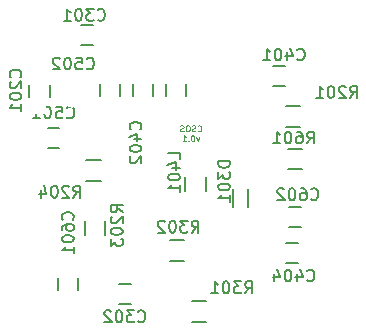
<source format=gbo>
G04 #@! TF.FileFunction,Legend,Bot*
%FSLAX46Y46*%
G04 Gerber Fmt 4.6, Leading zero omitted, Abs format (unit mm)*
G04 Created by KiCad (PCBNEW (2015-04-09 BZR 5589)-product) date Wednesday, 15 April 2015 07:54:32 pm*
%MOMM*%
G01*
G04 APERTURE LIST*
%ADD10C,0.150000*%
%ADD11C,0.125000*%
%ADD12R,1.250000X1.500000*%
%ADD13R,1.500000X1.250000*%
%ADD14R,0.700000X0.600000*%
%ADD15R,1.300000X1.500000*%
%ADD16R,2.032000X2.032000*%
%ADD17O,2.032000X2.032000*%
%ADD18R,2.032000X1.727200*%
%ADD19O,2.032000X1.727200*%
%ADD20R,1.727200X2.032000*%
%ADD21O,1.727200X2.032000*%
%ADD22C,1.501140*%
%ADD23O,2.499360X1.501140*%
%ADD24R,1.500000X1.300000*%
%ADD25C,1.998980*%
%ADD26C,4.064000*%
G04 APERTURE END LIST*
D10*
D11*
X159993733Y-104998271D02*
X160017543Y-105022081D01*
X160088971Y-105045890D01*
X160136590Y-105045890D01*
X160208019Y-105022081D01*
X160255638Y-104974462D01*
X160279447Y-104926843D01*
X160303257Y-104831605D01*
X160303257Y-104760176D01*
X160279447Y-104664938D01*
X160255638Y-104617319D01*
X160208019Y-104569700D01*
X160136590Y-104545890D01*
X160088971Y-104545890D01*
X160017543Y-104569700D01*
X159993733Y-104593510D01*
X159803257Y-105022081D02*
X159731828Y-105045890D01*
X159612781Y-105045890D01*
X159565162Y-105022081D01*
X159541352Y-104998271D01*
X159517543Y-104950652D01*
X159517543Y-104903033D01*
X159541352Y-104855414D01*
X159565162Y-104831605D01*
X159612781Y-104807795D01*
X159708019Y-104783986D01*
X159755638Y-104760176D01*
X159779447Y-104736367D01*
X159803257Y-104688748D01*
X159803257Y-104641129D01*
X159779447Y-104593510D01*
X159755638Y-104569700D01*
X159708019Y-104545890D01*
X159588971Y-104545890D01*
X159517543Y-104569700D01*
X159208019Y-104545890D02*
X159112781Y-104545890D01*
X159065162Y-104569700D01*
X159017543Y-104617319D01*
X158993734Y-104712557D01*
X158993734Y-104879224D01*
X159017543Y-104974462D01*
X159065162Y-105022081D01*
X159112781Y-105045890D01*
X159208019Y-105045890D01*
X159255638Y-105022081D01*
X159303257Y-104974462D01*
X159327067Y-104879224D01*
X159327067Y-104712557D01*
X159303257Y-104617319D01*
X159255638Y-104569700D01*
X159208019Y-104545890D01*
X158803257Y-105022081D02*
X158731828Y-105045890D01*
X158612781Y-105045890D01*
X158565162Y-105022081D01*
X158541352Y-104998271D01*
X158517543Y-104950652D01*
X158517543Y-104903033D01*
X158541352Y-104855414D01*
X158565162Y-104831605D01*
X158612781Y-104807795D01*
X158708019Y-104783986D01*
X158755638Y-104760176D01*
X158779447Y-104736367D01*
X158803257Y-104688748D01*
X158803257Y-104641129D01*
X158779447Y-104593510D01*
X158755638Y-104569700D01*
X158708019Y-104545890D01*
X158588971Y-104545890D01*
X158517543Y-104569700D01*
X160124684Y-105537557D02*
X160005637Y-105870890D01*
X159886589Y-105537557D01*
X159600875Y-105370890D02*
X159553256Y-105370890D01*
X159505637Y-105394700D01*
X159481828Y-105418510D01*
X159458018Y-105466129D01*
X159434209Y-105561367D01*
X159434209Y-105680414D01*
X159458018Y-105775652D01*
X159481828Y-105823271D01*
X159505637Y-105847081D01*
X159553256Y-105870890D01*
X159600875Y-105870890D01*
X159648494Y-105847081D01*
X159672304Y-105823271D01*
X159696113Y-105775652D01*
X159719923Y-105680414D01*
X159719923Y-105561367D01*
X159696113Y-105466129D01*
X159672304Y-105418510D01*
X159648494Y-105394700D01*
X159600875Y-105370890D01*
X159219923Y-105823271D02*
X159196114Y-105847081D01*
X159219923Y-105870890D01*
X159243733Y-105847081D01*
X159219923Y-105823271D01*
X159219923Y-105870890D01*
X158719924Y-105870890D02*
X159005638Y-105870890D01*
X158862781Y-105870890D02*
X158862781Y-105370890D01*
X158910400Y-105442319D01*
X158958019Y-105489938D01*
X159005638Y-105513748D01*
D10*
X145758800Y-102100000D02*
X145758800Y-101100000D01*
X147458800Y-101100000D02*
X147458800Y-102100000D01*
X151122000Y-97725600D02*
X150122000Y-97725600D01*
X150122000Y-96025600D02*
X151122000Y-96025600D01*
X154373200Y-119696600D02*
X153373200Y-119696600D01*
X153373200Y-117996600D02*
X154373200Y-117996600D01*
X166378000Y-99530800D02*
X167378000Y-99530800D01*
X167378000Y-101230800D02*
X166378000Y-101230800D01*
X157341200Y-102049200D02*
X157341200Y-101049200D01*
X159041200Y-101049200D02*
X159041200Y-102049200D01*
X154496400Y-102049200D02*
X154496400Y-101049200D01*
X156196400Y-101049200D02*
X156196400Y-102049200D01*
X167749600Y-111418000D02*
X168749600Y-111418000D01*
X168749600Y-113118000D02*
X167749600Y-113118000D01*
X147302600Y-104737800D02*
X148302600Y-104737800D01*
X148302600Y-106437800D02*
X147302600Y-106437800D01*
X151702400Y-102049200D02*
X151702400Y-101049200D01*
X153402400Y-101049200D02*
X153402400Y-102049200D01*
X149871800Y-117457600D02*
X149871800Y-118457600D01*
X148171800Y-118457600D02*
X148171800Y-117457600D01*
X167495600Y-114516800D02*
X168495600Y-114516800D01*
X168495600Y-116216800D02*
X167495600Y-116216800D01*
X164226800Y-109937600D02*
X164226800Y-111487600D01*
X163026800Y-109937600D02*
X163026800Y-111487600D01*
X158941800Y-108874000D02*
X158941800Y-110074000D01*
X160691800Y-110074000D02*
X160691800Y-108874000D01*
X167497200Y-104659400D02*
X168697200Y-104659400D01*
X168697200Y-102909400D02*
X167497200Y-102909400D01*
X152182800Y-113807800D02*
X152182800Y-112607800D01*
X150432800Y-112607800D02*
X150432800Y-113807800D01*
X150580800Y-109256800D02*
X151780800Y-109256800D01*
X151780800Y-107506800D02*
X150580800Y-107506800D01*
X159496200Y-121169400D02*
X160696200Y-121169400D01*
X160696200Y-119419400D02*
X159496200Y-119419400D01*
X158842000Y-114237800D02*
X157642000Y-114237800D01*
X157642000Y-115987800D02*
X158842000Y-115987800D01*
X167649600Y-108266200D02*
X168849600Y-108266200D01*
X168849600Y-106516200D02*
X167649600Y-106516200D01*
X144984743Y-100455553D02*
X145032362Y-100407934D01*
X145079981Y-100265077D01*
X145079981Y-100169839D01*
X145032362Y-100026981D01*
X144937124Y-99931743D01*
X144841886Y-99884124D01*
X144651410Y-99836505D01*
X144508552Y-99836505D01*
X144318076Y-99884124D01*
X144222838Y-99931743D01*
X144127600Y-100026981D01*
X144079981Y-100169839D01*
X144079981Y-100265077D01*
X144127600Y-100407934D01*
X144175219Y-100455553D01*
X144175219Y-100836505D02*
X144127600Y-100884124D01*
X144079981Y-100979362D01*
X144079981Y-101217458D01*
X144127600Y-101312696D01*
X144175219Y-101360315D01*
X144270457Y-101407934D01*
X144365695Y-101407934D01*
X144508552Y-101360315D01*
X145079981Y-100788886D01*
X145079981Y-101407934D01*
X144079981Y-102026981D02*
X144079981Y-102122220D01*
X144127600Y-102217458D01*
X144175219Y-102265077D01*
X144270457Y-102312696D01*
X144460933Y-102360315D01*
X144699029Y-102360315D01*
X144889505Y-102312696D01*
X144984743Y-102265077D01*
X145032362Y-102217458D01*
X145079981Y-102122220D01*
X145079981Y-102026981D01*
X145032362Y-101931743D01*
X144984743Y-101884124D01*
X144889505Y-101836505D01*
X144699029Y-101788886D01*
X144460933Y-101788886D01*
X144270457Y-101836505D01*
X144175219Y-101884124D01*
X144127600Y-101931743D01*
X144079981Y-102026981D01*
X145079981Y-103312696D02*
X145079981Y-102741267D01*
X145079981Y-103026981D02*
X144079981Y-103026981D01*
X144222838Y-102931743D01*
X144318076Y-102836505D01*
X144365695Y-102741267D01*
X151537847Y-95581743D02*
X151585466Y-95629362D01*
X151728323Y-95676981D01*
X151823561Y-95676981D01*
X151966419Y-95629362D01*
X152061657Y-95534124D01*
X152109276Y-95438886D01*
X152156895Y-95248410D01*
X152156895Y-95105552D01*
X152109276Y-94915076D01*
X152061657Y-94819838D01*
X151966419Y-94724600D01*
X151823561Y-94676981D01*
X151728323Y-94676981D01*
X151585466Y-94724600D01*
X151537847Y-94772219D01*
X151204514Y-94676981D02*
X150585466Y-94676981D01*
X150918800Y-95057933D01*
X150775942Y-95057933D01*
X150680704Y-95105552D01*
X150633085Y-95153171D01*
X150585466Y-95248410D01*
X150585466Y-95486505D01*
X150633085Y-95581743D01*
X150680704Y-95629362D01*
X150775942Y-95676981D01*
X151061657Y-95676981D01*
X151156895Y-95629362D01*
X151204514Y-95581743D01*
X149966419Y-94676981D02*
X149871180Y-94676981D01*
X149775942Y-94724600D01*
X149728323Y-94772219D01*
X149680704Y-94867457D01*
X149633085Y-95057933D01*
X149633085Y-95296029D01*
X149680704Y-95486505D01*
X149728323Y-95581743D01*
X149775942Y-95629362D01*
X149871180Y-95676981D01*
X149966419Y-95676981D01*
X150061657Y-95629362D01*
X150109276Y-95581743D01*
X150156895Y-95486505D01*
X150204514Y-95296029D01*
X150204514Y-95057933D01*
X150156895Y-94867457D01*
X150109276Y-94772219D01*
X150061657Y-94724600D01*
X149966419Y-94676981D01*
X148680704Y-95676981D02*
X149252133Y-95676981D01*
X148966419Y-95676981D02*
X148966419Y-94676981D01*
X149061657Y-94819838D01*
X149156895Y-94915076D01*
X149252133Y-94962695D01*
X154954147Y-121108743D02*
X155001766Y-121156362D01*
X155144623Y-121203981D01*
X155239861Y-121203981D01*
X155382719Y-121156362D01*
X155477957Y-121061124D01*
X155525576Y-120965886D01*
X155573195Y-120775410D01*
X155573195Y-120632552D01*
X155525576Y-120442076D01*
X155477957Y-120346838D01*
X155382719Y-120251600D01*
X155239861Y-120203981D01*
X155144623Y-120203981D01*
X155001766Y-120251600D01*
X154954147Y-120299219D01*
X154620814Y-120203981D02*
X154001766Y-120203981D01*
X154335100Y-120584933D01*
X154192242Y-120584933D01*
X154097004Y-120632552D01*
X154049385Y-120680171D01*
X154001766Y-120775410D01*
X154001766Y-121013505D01*
X154049385Y-121108743D01*
X154097004Y-121156362D01*
X154192242Y-121203981D01*
X154477957Y-121203981D01*
X154573195Y-121156362D01*
X154620814Y-121108743D01*
X153382719Y-120203981D02*
X153287480Y-120203981D01*
X153192242Y-120251600D01*
X153144623Y-120299219D01*
X153097004Y-120394457D01*
X153049385Y-120584933D01*
X153049385Y-120823029D01*
X153097004Y-121013505D01*
X153144623Y-121108743D01*
X153192242Y-121156362D01*
X153287480Y-121203981D01*
X153382719Y-121203981D01*
X153477957Y-121156362D01*
X153525576Y-121108743D01*
X153573195Y-121013505D01*
X153620814Y-120823029D01*
X153620814Y-120584933D01*
X153573195Y-120394457D01*
X153525576Y-120299219D01*
X153477957Y-120251600D01*
X153382719Y-120203981D01*
X152668433Y-120299219D02*
X152620814Y-120251600D01*
X152525576Y-120203981D01*
X152287480Y-120203981D01*
X152192242Y-120251600D01*
X152144623Y-120299219D01*
X152097004Y-120394457D01*
X152097004Y-120489695D01*
X152144623Y-120632552D01*
X152716052Y-121203981D01*
X152097004Y-121203981D01*
X168428847Y-98934543D02*
X168476466Y-98982162D01*
X168619323Y-99029781D01*
X168714561Y-99029781D01*
X168857419Y-98982162D01*
X168952657Y-98886924D01*
X169000276Y-98791686D01*
X169047895Y-98601210D01*
X169047895Y-98458352D01*
X169000276Y-98267876D01*
X168952657Y-98172638D01*
X168857419Y-98077400D01*
X168714561Y-98029781D01*
X168619323Y-98029781D01*
X168476466Y-98077400D01*
X168428847Y-98125019D01*
X167571704Y-98363114D02*
X167571704Y-99029781D01*
X167809800Y-97982162D02*
X168047895Y-98696448D01*
X167428847Y-98696448D01*
X166857419Y-98029781D02*
X166762180Y-98029781D01*
X166666942Y-98077400D01*
X166619323Y-98125019D01*
X166571704Y-98220257D01*
X166524085Y-98410733D01*
X166524085Y-98648829D01*
X166571704Y-98839305D01*
X166619323Y-98934543D01*
X166666942Y-98982162D01*
X166762180Y-99029781D01*
X166857419Y-99029781D01*
X166952657Y-98982162D01*
X167000276Y-98934543D01*
X167047895Y-98839305D01*
X167095514Y-98648829D01*
X167095514Y-98410733D01*
X167047895Y-98220257D01*
X167000276Y-98125019D01*
X166952657Y-98077400D01*
X166857419Y-98029781D01*
X165571704Y-99029781D02*
X166143133Y-99029781D01*
X165857419Y-99029781D02*
X165857419Y-98029781D01*
X165952657Y-98172638D01*
X166047895Y-98267876D01*
X166143133Y-98315495D01*
X155144743Y-104875153D02*
X155192362Y-104827534D01*
X155239981Y-104684677D01*
X155239981Y-104589439D01*
X155192362Y-104446581D01*
X155097124Y-104351343D01*
X155001886Y-104303724D01*
X154811410Y-104256105D01*
X154668552Y-104256105D01*
X154478076Y-104303724D01*
X154382838Y-104351343D01*
X154287600Y-104446581D01*
X154239981Y-104589439D01*
X154239981Y-104684677D01*
X154287600Y-104827534D01*
X154335219Y-104875153D01*
X154573314Y-105732296D02*
X155239981Y-105732296D01*
X154192362Y-105494200D02*
X154906648Y-105256105D01*
X154906648Y-105875153D01*
X154239981Y-106446581D02*
X154239981Y-106541820D01*
X154287600Y-106637058D01*
X154335219Y-106684677D01*
X154430457Y-106732296D01*
X154620933Y-106779915D01*
X154859029Y-106779915D01*
X155049505Y-106732296D01*
X155144743Y-106684677D01*
X155192362Y-106637058D01*
X155239981Y-106541820D01*
X155239981Y-106446581D01*
X155192362Y-106351343D01*
X155144743Y-106303724D01*
X155049505Y-106256105D01*
X154859029Y-106208486D01*
X154620933Y-106208486D01*
X154430457Y-106256105D01*
X154335219Y-106303724D01*
X154287600Y-106351343D01*
X154239981Y-106446581D01*
X154335219Y-107160867D02*
X154287600Y-107208486D01*
X154239981Y-107303724D01*
X154239981Y-107541820D01*
X154287600Y-107637058D01*
X154335219Y-107684677D01*
X154430457Y-107732296D01*
X154525695Y-107732296D01*
X154668552Y-107684677D01*
X155239981Y-107113248D01*
X155239981Y-107732296D01*
X169267047Y-117654343D02*
X169314666Y-117701962D01*
X169457523Y-117749581D01*
X169552761Y-117749581D01*
X169695619Y-117701962D01*
X169790857Y-117606724D01*
X169838476Y-117511486D01*
X169886095Y-117321010D01*
X169886095Y-117178152D01*
X169838476Y-116987676D01*
X169790857Y-116892438D01*
X169695619Y-116797200D01*
X169552761Y-116749581D01*
X169457523Y-116749581D01*
X169314666Y-116797200D01*
X169267047Y-116844819D01*
X168409904Y-117082914D02*
X168409904Y-117749581D01*
X168648000Y-116701962D02*
X168886095Y-117416248D01*
X168267047Y-117416248D01*
X167695619Y-116749581D02*
X167600380Y-116749581D01*
X167505142Y-116797200D01*
X167457523Y-116844819D01*
X167409904Y-116940057D01*
X167362285Y-117130533D01*
X167362285Y-117368629D01*
X167409904Y-117559105D01*
X167457523Y-117654343D01*
X167505142Y-117701962D01*
X167600380Y-117749581D01*
X167695619Y-117749581D01*
X167790857Y-117701962D01*
X167838476Y-117654343D01*
X167886095Y-117559105D01*
X167933714Y-117368629D01*
X167933714Y-117130533D01*
X167886095Y-116940057D01*
X167838476Y-116844819D01*
X167790857Y-116797200D01*
X167695619Y-116749581D01*
X166505142Y-117082914D02*
X166505142Y-117749581D01*
X166743238Y-116701962D02*
X166981333Y-117416248D01*
X166362285Y-117416248D01*
X148921647Y-103844943D02*
X148969266Y-103892562D01*
X149112123Y-103940181D01*
X149207361Y-103940181D01*
X149350219Y-103892562D01*
X149445457Y-103797324D01*
X149493076Y-103702086D01*
X149540695Y-103511610D01*
X149540695Y-103368752D01*
X149493076Y-103178276D01*
X149445457Y-103083038D01*
X149350219Y-102987800D01*
X149207361Y-102940181D01*
X149112123Y-102940181D01*
X148969266Y-102987800D01*
X148921647Y-103035419D01*
X148016885Y-102940181D02*
X148493076Y-102940181D01*
X148540695Y-103416371D01*
X148493076Y-103368752D01*
X148397838Y-103321133D01*
X148159742Y-103321133D01*
X148064504Y-103368752D01*
X148016885Y-103416371D01*
X147969266Y-103511610D01*
X147969266Y-103749705D01*
X148016885Y-103844943D01*
X148064504Y-103892562D01*
X148159742Y-103940181D01*
X148397838Y-103940181D01*
X148493076Y-103892562D01*
X148540695Y-103844943D01*
X147350219Y-102940181D02*
X147254980Y-102940181D01*
X147159742Y-102987800D01*
X147112123Y-103035419D01*
X147064504Y-103130657D01*
X147016885Y-103321133D01*
X147016885Y-103559229D01*
X147064504Y-103749705D01*
X147112123Y-103844943D01*
X147159742Y-103892562D01*
X147254980Y-103940181D01*
X147350219Y-103940181D01*
X147445457Y-103892562D01*
X147493076Y-103844943D01*
X147540695Y-103749705D01*
X147588314Y-103559229D01*
X147588314Y-103321133D01*
X147540695Y-103130657D01*
X147493076Y-103035419D01*
X147445457Y-102987800D01*
X147350219Y-102940181D01*
X146064504Y-103940181D02*
X146635933Y-103940181D01*
X146350219Y-103940181D02*
X146350219Y-102940181D01*
X146445457Y-103083038D01*
X146540695Y-103178276D01*
X146635933Y-103225895D01*
X150598047Y-99696543D02*
X150645666Y-99744162D01*
X150788523Y-99791781D01*
X150883761Y-99791781D01*
X151026619Y-99744162D01*
X151121857Y-99648924D01*
X151169476Y-99553686D01*
X151217095Y-99363210D01*
X151217095Y-99220352D01*
X151169476Y-99029876D01*
X151121857Y-98934638D01*
X151026619Y-98839400D01*
X150883761Y-98791781D01*
X150788523Y-98791781D01*
X150645666Y-98839400D01*
X150598047Y-98887019D01*
X149693285Y-98791781D02*
X150169476Y-98791781D01*
X150217095Y-99267971D01*
X150169476Y-99220352D01*
X150074238Y-99172733D01*
X149836142Y-99172733D01*
X149740904Y-99220352D01*
X149693285Y-99267971D01*
X149645666Y-99363210D01*
X149645666Y-99601305D01*
X149693285Y-99696543D01*
X149740904Y-99744162D01*
X149836142Y-99791781D01*
X150074238Y-99791781D01*
X150169476Y-99744162D01*
X150217095Y-99696543D01*
X149026619Y-98791781D02*
X148931380Y-98791781D01*
X148836142Y-98839400D01*
X148788523Y-98887019D01*
X148740904Y-98982257D01*
X148693285Y-99172733D01*
X148693285Y-99410829D01*
X148740904Y-99601305D01*
X148788523Y-99696543D01*
X148836142Y-99744162D01*
X148931380Y-99791781D01*
X149026619Y-99791781D01*
X149121857Y-99744162D01*
X149169476Y-99696543D01*
X149217095Y-99601305D01*
X149264714Y-99410829D01*
X149264714Y-99172733D01*
X149217095Y-98982257D01*
X149169476Y-98887019D01*
X149121857Y-98839400D01*
X149026619Y-98791781D01*
X148312333Y-98887019D02*
X148264714Y-98839400D01*
X148169476Y-98791781D01*
X147931380Y-98791781D01*
X147836142Y-98839400D01*
X147788523Y-98887019D01*
X147740904Y-98982257D01*
X147740904Y-99077495D01*
X147788523Y-99220352D01*
X148359952Y-99791781D01*
X147740904Y-99791781D01*
X149404343Y-112520553D02*
X149451962Y-112472934D01*
X149499581Y-112330077D01*
X149499581Y-112234839D01*
X149451962Y-112091981D01*
X149356724Y-111996743D01*
X149261486Y-111949124D01*
X149071010Y-111901505D01*
X148928152Y-111901505D01*
X148737676Y-111949124D01*
X148642438Y-111996743D01*
X148547200Y-112091981D01*
X148499581Y-112234839D01*
X148499581Y-112330077D01*
X148547200Y-112472934D01*
X148594819Y-112520553D01*
X148499581Y-113377696D02*
X148499581Y-113187219D01*
X148547200Y-113091981D01*
X148594819Y-113044362D01*
X148737676Y-112949124D01*
X148928152Y-112901505D01*
X149309105Y-112901505D01*
X149404343Y-112949124D01*
X149451962Y-112996743D01*
X149499581Y-113091981D01*
X149499581Y-113282458D01*
X149451962Y-113377696D01*
X149404343Y-113425315D01*
X149309105Y-113472934D01*
X149071010Y-113472934D01*
X148975771Y-113425315D01*
X148928152Y-113377696D01*
X148880533Y-113282458D01*
X148880533Y-113091981D01*
X148928152Y-112996743D01*
X148975771Y-112949124D01*
X149071010Y-112901505D01*
X148499581Y-114091981D02*
X148499581Y-114187220D01*
X148547200Y-114282458D01*
X148594819Y-114330077D01*
X148690057Y-114377696D01*
X148880533Y-114425315D01*
X149118629Y-114425315D01*
X149309105Y-114377696D01*
X149404343Y-114330077D01*
X149451962Y-114282458D01*
X149499581Y-114187220D01*
X149499581Y-114091981D01*
X149451962Y-113996743D01*
X149404343Y-113949124D01*
X149309105Y-113901505D01*
X149118629Y-113853886D01*
X148880533Y-113853886D01*
X148690057Y-113901505D01*
X148594819Y-113949124D01*
X148547200Y-113996743D01*
X148499581Y-114091981D01*
X149499581Y-115377696D02*
X149499581Y-114806267D01*
X149499581Y-115091981D02*
X148499581Y-115091981D01*
X148642438Y-114996743D01*
X148737676Y-114901505D01*
X148785295Y-114806267D01*
X169597247Y-110770943D02*
X169644866Y-110818562D01*
X169787723Y-110866181D01*
X169882961Y-110866181D01*
X170025819Y-110818562D01*
X170121057Y-110723324D01*
X170168676Y-110628086D01*
X170216295Y-110437610D01*
X170216295Y-110294752D01*
X170168676Y-110104276D01*
X170121057Y-110009038D01*
X170025819Y-109913800D01*
X169882961Y-109866181D01*
X169787723Y-109866181D01*
X169644866Y-109913800D01*
X169597247Y-109961419D01*
X168740104Y-109866181D02*
X168930581Y-109866181D01*
X169025819Y-109913800D01*
X169073438Y-109961419D01*
X169168676Y-110104276D01*
X169216295Y-110294752D01*
X169216295Y-110675705D01*
X169168676Y-110770943D01*
X169121057Y-110818562D01*
X169025819Y-110866181D01*
X168835342Y-110866181D01*
X168740104Y-110818562D01*
X168692485Y-110770943D01*
X168644866Y-110675705D01*
X168644866Y-110437610D01*
X168692485Y-110342371D01*
X168740104Y-110294752D01*
X168835342Y-110247133D01*
X169025819Y-110247133D01*
X169121057Y-110294752D01*
X169168676Y-110342371D01*
X169216295Y-110437610D01*
X168025819Y-109866181D02*
X167930580Y-109866181D01*
X167835342Y-109913800D01*
X167787723Y-109961419D01*
X167740104Y-110056657D01*
X167692485Y-110247133D01*
X167692485Y-110485229D01*
X167740104Y-110675705D01*
X167787723Y-110770943D01*
X167835342Y-110818562D01*
X167930580Y-110866181D01*
X168025819Y-110866181D01*
X168121057Y-110818562D01*
X168168676Y-110770943D01*
X168216295Y-110675705D01*
X168263914Y-110485229D01*
X168263914Y-110247133D01*
X168216295Y-110056657D01*
X168168676Y-109961419D01*
X168121057Y-109913800D01*
X168025819Y-109866181D01*
X167311533Y-109961419D02*
X167263914Y-109913800D01*
X167168676Y-109866181D01*
X166930580Y-109866181D01*
X166835342Y-109913800D01*
X166787723Y-109961419D01*
X166740104Y-110056657D01*
X166740104Y-110151895D01*
X166787723Y-110294752D01*
X167359152Y-110866181D01*
X166740104Y-110866181D01*
X162732981Y-107554924D02*
X161732981Y-107554924D01*
X161732981Y-107793019D01*
X161780600Y-107935877D01*
X161875838Y-108031115D01*
X161971076Y-108078734D01*
X162161552Y-108126353D01*
X162304410Y-108126353D01*
X162494886Y-108078734D01*
X162590124Y-108031115D01*
X162685362Y-107935877D01*
X162732981Y-107793019D01*
X162732981Y-107554924D01*
X161732981Y-108459686D02*
X161732981Y-109078734D01*
X162113933Y-108745400D01*
X162113933Y-108888258D01*
X162161552Y-108983496D01*
X162209171Y-109031115D01*
X162304410Y-109078734D01*
X162542505Y-109078734D01*
X162637743Y-109031115D01*
X162685362Y-108983496D01*
X162732981Y-108888258D01*
X162732981Y-108602543D01*
X162685362Y-108507305D01*
X162637743Y-108459686D01*
X161732981Y-109697781D02*
X161732981Y-109793020D01*
X161780600Y-109888258D01*
X161828219Y-109935877D01*
X161923457Y-109983496D01*
X162113933Y-110031115D01*
X162352029Y-110031115D01*
X162542505Y-109983496D01*
X162637743Y-109935877D01*
X162685362Y-109888258D01*
X162732981Y-109793020D01*
X162732981Y-109697781D01*
X162685362Y-109602543D01*
X162637743Y-109554924D01*
X162542505Y-109507305D01*
X162352029Y-109459686D01*
X162113933Y-109459686D01*
X161923457Y-109507305D01*
X161828219Y-109554924D01*
X161780600Y-109602543D01*
X161732981Y-109697781D01*
X162732981Y-110983496D02*
X162732981Y-110412067D01*
X162732981Y-110697781D02*
X161732981Y-110697781D01*
X161875838Y-110602543D01*
X161971076Y-110507305D01*
X162018695Y-110412067D01*
X158491181Y-107389753D02*
X158491181Y-106913562D01*
X157491181Y-106913562D01*
X157824514Y-108151658D02*
X158491181Y-108151658D01*
X157443562Y-107913562D02*
X158157848Y-107675467D01*
X158157848Y-108294515D01*
X157491181Y-108865943D02*
X157491181Y-108961182D01*
X157538800Y-109056420D01*
X157586419Y-109104039D01*
X157681657Y-109151658D01*
X157872133Y-109199277D01*
X158110229Y-109199277D01*
X158300705Y-109151658D01*
X158395943Y-109104039D01*
X158443562Y-109056420D01*
X158491181Y-108961182D01*
X158491181Y-108865943D01*
X158443562Y-108770705D01*
X158395943Y-108723086D01*
X158300705Y-108675467D01*
X158110229Y-108627848D01*
X157872133Y-108627848D01*
X157681657Y-108675467D01*
X157586419Y-108723086D01*
X157538800Y-108770705D01*
X157491181Y-108865943D01*
X158491181Y-110151658D02*
X158491181Y-109580229D01*
X158491181Y-109865943D02*
X157491181Y-109865943D01*
X157634038Y-109770705D01*
X157729276Y-109675467D01*
X157776895Y-109580229D01*
X172899247Y-102204781D02*
X173232581Y-101728590D01*
X173470676Y-102204781D02*
X173470676Y-101204781D01*
X173089723Y-101204781D01*
X172994485Y-101252400D01*
X172946866Y-101300019D01*
X172899247Y-101395257D01*
X172899247Y-101538114D01*
X172946866Y-101633352D01*
X172994485Y-101680971D01*
X173089723Y-101728590D01*
X173470676Y-101728590D01*
X172518295Y-101300019D02*
X172470676Y-101252400D01*
X172375438Y-101204781D01*
X172137342Y-101204781D01*
X172042104Y-101252400D01*
X171994485Y-101300019D01*
X171946866Y-101395257D01*
X171946866Y-101490495D01*
X171994485Y-101633352D01*
X172565914Y-102204781D01*
X171946866Y-102204781D01*
X171327819Y-101204781D02*
X171232580Y-101204781D01*
X171137342Y-101252400D01*
X171089723Y-101300019D01*
X171042104Y-101395257D01*
X170994485Y-101585733D01*
X170994485Y-101823829D01*
X171042104Y-102014305D01*
X171089723Y-102109543D01*
X171137342Y-102157162D01*
X171232580Y-102204781D01*
X171327819Y-102204781D01*
X171423057Y-102157162D01*
X171470676Y-102109543D01*
X171518295Y-102014305D01*
X171565914Y-101823829D01*
X171565914Y-101585733D01*
X171518295Y-101395257D01*
X171470676Y-101300019D01*
X171423057Y-101252400D01*
X171327819Y-101204781D01*
X170042104Y-102204781D02*
X170613533Y-102204781D01*
X170327819Y-102204781D02*
X170327819Y-101204781D01*
X170423057Y-101347638D01*
X170518295Y-101442876D01*
X170613533Y-101490495D01*
X153639781Y-111885553D02*
X153163590Y-111552219D01*
X153639781Y-111314124D02*
X152639781Y-111314124D01*
X152639781Y-111695077D01*
X152687400Y-111790315D01*
X152735019Y-111837934D01*
X152830257Y-111885553D01*
X152973114Y-111885553D01*
X153068352Y-111837934D01*
X153115971Y-111790315D01*
X153163590Y-111695077D01*
X153163590Y-111314124D01*
X152735019Y-112266505D02*
X152687400Y-112314124D01*
X152639781Y-112409362D01*
X152639781Y-112647458D01*
X152687400Y-112742696D01*
X152735019Y-112790315D01*
X152830257Y-112837934D01*
X152925495Y-112837934D01*
X153068352Y-112790315D01*
X153639781Y-112218886D01*
X153639781Y-112837934D01*
X152639781Y-113456981D02*
X152639781Y-113552220D01*
X152687400Y-113647458D01*
X152735019Y-113695077D01*
X152830257Y-113742696D01*
X153020733Y-113790315D01*
X153258829Y-113790315D01*
X153449305Y-113742696D01*
X153544543Y-113695077D01*
X153592162Y-113647458D01*
X153639781Y-113552220D01*
X153639781Y-113456981D01*
X153592162Y-113361743D01*
X153544543Y-113314124D01*
X153449305Y-113266505D01*
X153258829Y-113218886D01*
X153020733Y-113218886D01*
X152830257Y-113266505D01*
X152735019Y-113314124D01*
X152687400Y-113361743D01*
X152639781Y-113456981D01*
X152639781Y-114123648D02*
X152639781Y-114742696D01*
X153020733Y-114409362D01*
X153020733Y-114552220D01*
X153068352Y-114647458D01*
X153115971Y-114695077D01*
X153211210Y-114742696D01*
X153449305Y-114742696D01*
X153544543Y-114695077D01*
X153592162Y-114647458D01*
X153639781Y-114552220D01*
X153639781Y-114266505D01*
X153592162Y-114171267D01*
X153544543Y-114123648D01*
X149480447Y-110650281D02*
X149813781Y-110174090D01*
X150051876Y-110650281D02*
X150051876Y-109650281D01*
X149670923Y-109650281D01*
X149575685Y-109697900D01*
X149528066Y-109745519D01*
X149480447Y-109840757D01*
X149480447Y-109983614D01*
X149528066Y-110078852D01*
X149575685Y-110126471D01*
X149670923Y-110174090D01*
X150051876Y-110174090D01*
X149099495Y-109745519D02*
X149051876Y-109697900D01*
X148956638Y-109650281D01*
X148718542Y-109650281D01*
X148623304Y-109697900D01*
X148575685Y-109745519D01*
X148528066Y-109840757D01*
X148528066Y-109935995D01*
X148575685Y-110078852D01*
X149147114Y-110650281D01*
X148528066Y-110650281D01*
X147909019Y-109650281D02*
X147813780Y-109650281D01*
X147718542Y-109697900D01*
X147670923Y-109745519D01*
X147623304Y-109840757D01*
X147575685Y-110031233D01*
X147575685Y-110269329D01*
X147623304Y-110459805D01*
X147670923Y-110555043D01*
X147718542Y-110602662D01*
X147813780Y-110650281D01*
X147909019Y-110650281D01*
X148004257Y-110602662D01*
X148051876Y-110555043D01*
X148099495Y-110459805D01*
X148147114Y-110269329D01*
X148147114Y-110031233D01*
X148099495Y-109840757D01*
X148051876Y-109745519D01*
X148004257Y-109697900D01*
X147909019Y-109650281D01*
X146718542Y-109983614D02*
X146718542Y-110650281D01*
X146956638Y-109602662D02*
X147194733Y-110316948D01*
X146575685Y-110316948D01*
X164009247Y-118752881D02*
X164342581Y-118276690D01*
X164580676Y-118752881D02*
X164580676Y-117752881D01*
X164199723Y-117752881D01*
X164104485Y-117800500D01*
X164056866Y-117848119D01*
X164009247Y-117943357D01*
X164009247Y-118086214D01*
X164056866Y-118181452D01*
X164104485Y-118229071D01*
X164199723Y-118276690D01*
X164580676Y-118276690D01*
X163675914Y-117752881D02*
X163056866Y-117752881D01*
X163390200Y-118133833D01*
X163247342Y-118133833D01*
X163152104Y-118181452D01*
X163104485Y-118229071D01*
X163056866Y-118324310D01*
X163056866Y-118562405D01*
X163104485Y-118657643D01*
X163152104Y-118705262D01*
X163247342Y-118752881D01*
X163533057Y-118752881D01*
X163628295Y-118705262D01*
X163675914Y-118657643D01*
X162437819Y-117752881D02*
X162342580Y-117752881D01*
X162247342Y-117800500D01*
X162199723Y-117848119D01*
X162152104Y-117943357D01*
X162104485Y-118133833D01*
X162104485Y-118371929D01*
X162152104Y-118562405D01*
X162199723Y-118657643D01*
X162247342Y-118705262D01*
X162342580Y-118752881D01*
X162437819Y-118752881D01*
X162533057Y-118705262D01*
X162580676Y-118657643D01*
X162628295Y-118562405D01*
X162675914Y-118371929D01*
X162675914Y-118133833D01*
X162628295Y-117943357D01*
X162580676Y-117848119D01*
X162533057Y-117800500D01*
X162437819Y-117752881D01*
X161152104Y-118752881D02*
X161723533Y-118752881D01*
X161437819Y-118752881D02*
X161437819Y-117752881D01*
X161533057Y-117895738D01*
X161628295Y-117990976D01*
X161723533Y-118038595D01*
X159488047Y-113609381D02*
X159821381Y-113133190D01*
X160059476Y-113609381D02*
X160059476Y-112609381D01*
X159678523Y-112609381D01*
X159583285Y-112657000D01*
X159535666Y-112704619D01*
X159488047Y-112799857D01*
X159488047Y-112942714D01*
X159535666Y-113037952D01*
X159583285Y-113085571D01*
X159678523Y-113133190D01*
X160059476Y-113133190D01*
X159154714Y-112609381D02*
X158535666Y-112609381D01*
X158869000Y-112990333D01*
X158726142Y-112990333D01*
X158630904Y-113037952D01*
X158583285Y-113085571D01*
X158535666Y-113180810D01*
X158535666Y-113418905D01*
X158583285Y-113514143D01*
X158630904Y-113561762D01*
X158726142Y-113609381D01*
X159011857Y-113609381D01*
X159107095Y-113561762D01*
X159154714Y-113514143D01*
X157916619Y-112609381D02*
X157821380Y-112609381D01*
X157726142Y-112657000D01*
X157678523Y-112704619D01*
X157630904Y-112799857D01*
X157583285Y-112990333D01*
X157583285Y-113228429D01*
X157630904Y-113418905D01*
X157678523Y-113514143D01*
X157726142Y-113561762D01*
X157821380Y-113609381D01*
X157916619Y-113609381D01*
X158011857Y-113561762D01*
X158059476Y-113514143D01*
X158107095Y-113418905D01*
X158154714Y-113228429D01*
X158154714Y-112990333D01*
X158107095Y-112799857D01*
X158059476Y-112704619D01*
X158011857Y-112657000D01*
X157916619Y-112609381D01*
X157202333Y-112704619D02*
X157154714Y-112657000D01*
X157059476Y-112609381D01*
X156821380Y-112609381D01*
X156726142Y-112657000D01*
X156678523Y-112704619D01*
X156630904Y-112799857D01*
X156630904Y-112895095D01*
X156678523Y-113037952D01*
X157249952Y-113609381D01*
X156630904Y-113609381D01*
X169267047Y-106065581D02*
X169600381Y-105589390D01*
X169838476Y-106065581D02*
X169838476Y-105065581D01*
X169457523Y-105065581D01*
X169362285Y-105113200D01*
X169314666Y-105160819D01*
X169267047Y-105256057D01*
X169267047Y-105398914D01*
X169314666Y-105494152D01*
X169362285Y-105541771D01*
X169457523Y-105589390D01*
X169838476Y-105589390D01*
X168409904Y-105065581D02*
X168600381Y-105065581D01*
X168695619Y-105113200D01*
X168743238Y-105160819D01*
X168838476Y-105303676D01*
X168886095Y-105494152D01*
X168886095Y-105875105D01*
X168838476Y-105970343D01*
X168790857Y-106017962D01*
X168695619Y-106065581D01*
X168505142Y-106065581D01*
X168409904Y-106017962D01*
X168362285Y-105970343D01*
X168314666Y-105875105D01*
X168314666Y-105637010D01*
X168362285Y-105541771D01*
X168409904Y-105494152D01*
X168505142Y-105446533D01*
X168695619Y-105446533D01*
X168790857Y-105494152D01*
X168838476Y-105541771D01*
X168886095Y-105637010D01*
X167695619Y-105065581D02*
X167600380Y-105065581D01*
X167505142Y-105113200D01*
X167457523Y-105160819D01*
X167409904Y-105256057D01*
X167362285Y-105446533D01*
X167362285Y-105684629D01*
X167409904Y-105875105D01*
X167457523Y-105970343D01*
X167505142Y-106017962D01*
X167600380Y-106065581D01*
X167695619Y-106065581D01*
X167790857Y-106017962D01*
X167838476Y-105970343D01*
X167886095Y-105875105D01*
X167933714Y-105684629D01*
X167933714Y-105446533D01*
X167886095Y-105256057D01*
X167838476Y-105160819D01*
X167790857Y-105113200D01*
X167695619Y-105065581D01*
X166409904Y-106065581D02*
X166981333Y-106065581D01*
X166695619Y-106065581D02*
X166695619Y-105065581D01*
X166790857Y-105208438D01*
X166886095Y-105303676D01*
X166981333Y-105351295D01*
%LPC*%
D12*
X146608800Y-100350000D03*
X146608800Y-102850000D03*
D13*
X149372000Y-96875600D03*
X151872000Y-96875600D03*
X152623200Y-118846600D03*
X155123200Y-118846600D03*
X168128000Y-100380800D03*
X165628000Y-100380800D03*
D12*
X158191200Y-100299200D03*
X158191200Y-102799200D03*
X155346400Y-100299200D03*
X155346400Y-102799200D03*
D13*
X169499600Y-112268000D03*
X166999600Y-112268000D03*
X149052600Y-105587800D03*
X146552600Y-105587800D03*
D12*
X152552400Y-100299200D03*
X152552400Y-102799200D03*
X149021800Y-119207600D03*
X149021800Y-116707600D03*
D13*
X169245600Y-115366800D03*
X166745600Y-115366800D03*
D14*
X163626800Y-109637600D03*
X163626800Y-111037600D03*
D15*
X159816800Y-110824000D03*
X159816800Y-108124000D03*
D16*
X157480000Y-96520000D03*
D17*
X154940000Y-96520000D03*
D16*
X166370000Y-119380000D03*
D17*
X168910000Y-119380000D03*
D18*
X145135600Y-119380000D03*
D19*
X145135600Y-116840000D03*
X145135600Y-114300000D03*
X145135600Y-111760000D03*
X145135600Y-109220000D03*
D20*
X162712400Y-96520000D03*
D21*
X165252400Y-96520000D03*
X167792400Y-96520000D03*
D22*
X154686000Y-109982000D03*
X173075600Y-114503200D03*
X152958800Y-116586000D03*
X159969200Y-117297200D03*
X149352000Y-102311200D03*
D23*
X173024800Y-107950000D03*
X173024800Y-105410000D03*
X173024800Y-110490000D03*
D24*
X169447200Y-103784400D03*
X166747200Y-103784400D03*
D25*
X162306000Y-100653200D03*
X162306000Y-115653200D03*
D15*
X151307800Y-111857800D03*
X151307800Y-114557800D03*
D24*
X152530800Y-108381800D03*
X149830800Y-108381800D03*
X161446200Y-120294400D03*
X158746200Y-120294400D03*
X156892000Y-115112800D03*
X159592000Y-115112800D03*
X169599600Y-107391200D03*
X166899600Y-107391200D03*
D26*
X173329600Y-97739200D03*
X173355000Y-118237000D03*
M02*

</source>
